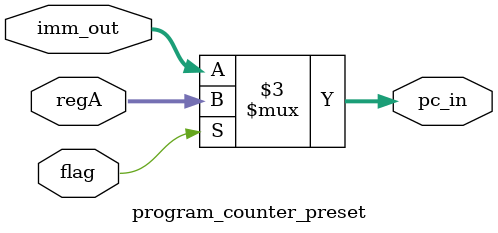
<source format=v>
`timescale 1 ns / 1 ps

module program_counter_preset (imm_out,regA,flag,pc_in);

input [15:0] imm_out, regA;
input flag;

output reg [15:0] pc_in;

always @(*)
begin
	//pc_in <= (flag ? regA : imm_out);
	if (flag)
	begin
		pc_in = regA;
	end
	else
	begin
		pc_in = imm_out;	
	end
end

endmodule

</source>
